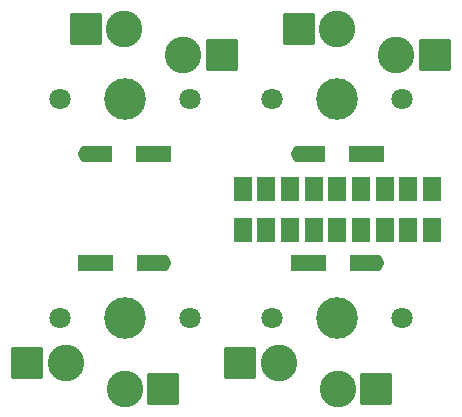
<source format=gbr>
%TF.GenerationSoftware,KiCad,Pcbnew,(6.0.6)*%
%TF.CreationDate,2022-07-28T22:43:09-07:00*%
%TF.ProjectId,left_thumb_routed,6c656674-5f74-4687-956d-625f726f7574,v1.0.0*%
%TF.SameCoordinates,Original*%
%TF.FileFunction,Soldermask,Bot*%
%TF.FilePolarity,Negative*%
%FSLAX46Y46*%
G04 Gerber Fmt 4.6, Leading zero omitted, Abs format (unit mm)*
G04 Created by KiCad (PCBNEW (6.0.6)) date 2022-07-28 22:43:09*
%MOMM*%
%LPD*%
G01*
G04 APERTURE LIST*
G04 Aperture macros list*
%AMRoundRect*
0 Rectangle with rounded corners*
0 $1 Rounding radius*
0 $2 $3 $4 $5 $6 $7 $8 $9 X,Y pos of 4 corners*
0 Add a 4 corners polygon primitive as box body*
4,1,4,$2,$3,$4,$5,$6,$7,$8,$9,$2,$3,0*
0 Add four circle primitives for the rounded corners*
1,1,$1+$1,$2,$3*
1,1,$1+$1,$4,$5*
1,1,$1+$1,$6,$7*
1,1,$1+$1,$8,$9*
0 Add four rect primitives between the rounded corners*
20,1,$1+$1,$2,$3,$4,$5,0*
20,1,$1+$1,$4,$5,$6,$7,0*
20,1,$1+$1,$6,$7,$8,$9,0*
20,1,$1+$1,$8,$9,$2,$3,0*%
G04 Aperture macros list end*
%ADD10C,3.100000*%
%ADD11C,3.529000*%
%ADD12C,1.801800*%
%ADD13RoundRect,0.050000X-1.300000X-1.300000X1.300000X-1.300000X1.300000X1.300000X-1.300000X1.300000X0*%
%ADD14RoundRect,0.050000X1.300000X1.300000X-1.300000X1.300000X-1.300000X-1.300000X1.300000X-1.300000X0*%
%ADD15RoundRect,0.050000X0.700000X0.650000X-0.700000X0.650000X-0.700000X-0.650000X0.700000X-0.650000X0*%
%ADD16RoundRect,0.050000X0.889000X0.650000X-0.889000X0.650000X-0.889000X-0.650000X0.889000X-0.650000X0*%
%ADD17O,1.878000X1.400000*%
%ADD18RoundRect,0.050000X0.750000X-1.000000X0.750000X1.000000X-0.750000X1.000000X-0.750000X-1.000000X0*%
%ADD19RoundRect,0.050000X-0.889000X-0.650000X0.889000X-0.650000X0.889000X0.650000X-0.889000X0.650000X0*%
%ADD20RoundRect,0.050000X-0.700000X-0.650000X0.700000X-0.650000X0.700000X0.650000X-0.700000X0.650000X0*%
G04 APERTURE END LIST*
D10*
%TO.C,SW35*%
X-85050000Y-36850000D03*
X-80050000Y-39050000D03*
D11*
X-85000000Y-42800000D03*
D12*
X-79500000Y-42800000D03*
X-90500000Y-42800000D03*
D13*
X-88275000Y-36850000D03*
X-76725000Y-39050000D03*
%TD*%
D11*
%TO.C,SW33*%
X-85000000Y-61400000D03*
D12*
X-90500000Y-61400000D03*
D10*
X-84950000Y-67350000D03*
X-89950000Y-65150000D03*
D12*
X-79500000Y-61400000D03*
D14*
X-81725000Y-67350000D03*
X-93275000Y-65150000D03*
%TD*%
D15*
%TO.C,D36*%
X-65250000Y-47500000D03*
D16*
X-64000000Y-47500000D03*
D17*
X-70000000Y-47500000D03*
D15*
X-68800000Y-47500000D03*
%TD*%
D16*
%TO.C,D35*%
X-82000000Y-47500000D03*
D15*
X-83250000Y-47500000D03*
D17*
X-88000000Y-47500000D03*
D15*
X-86800000Y-47500000D03*
%TD*%
D18*
%TO.C,J7*%
X-59000000Y-50400000D03*
X-59000000Y-53900000D03*
X-61000000Y-53900000D03*
X-61000000Y-50400000D03*
X-63000000Y-50400000D03*
X-63000000Y-53900000D03*
X-65000000Y-53900000D03*
X-65000000Y-50400000D03*
X-67000000Y-50400000D03*
X-67000000Y-53900000D03*
X-69000000Y-53900000D03*
X-69000000Y-50400000D03*
X-71000000Y-53900000D03*
X-71000000Y-50400000D03*
X-73000000Y-53900000D03*
X-73000000Y-50400000D03*
X-75000000Y-50400000D03*
X-75000000Y-53900000D03*
%TD*%
D12*
%TO.C,SW34*%
X-61500000Y-61400000D03*
D11*
X-67000000Y-61400000D03*
D12*
X-72500000Y-61400000D03*
D10*
X-66950000Y-67350000D03*
X-71950000Y-65150000D03*
D14*
X-63725000Y-67350000D03*
X-75275000Y-65150000D03*
%TD*%
D19*
%TO.C,D33*%
X-88000000Y-56700000D03*
D20*
X-86750000Y-56700000D03*
D17*
X-82000000Y-56700000D03*
D20*
X-83200000Y-56700000D03*
%TD*%
D10*
%TO.C,SW36*%
X-62050000Y-39050000D03*
D12*
X-72500000Y-42800000D03*
D11*
X-67000000Y-42800000D03*
D10*
X-67050000Y-36850000D03*
D12*
X-61500000Y-42800000D03*
D13*
X-70275000Y-36850000D03*
X-58725000Y-39050000D03*
%TD*%
D20*
%TO.C,D34*%
X-68750000Y-56700000D03*
D19*
X-70000000Y-56700000D03*
D17*
X-64000000Y-56700000D03*
D20*
X-65200000Y-56700000D03*
%TD*%
M02*

</source>
